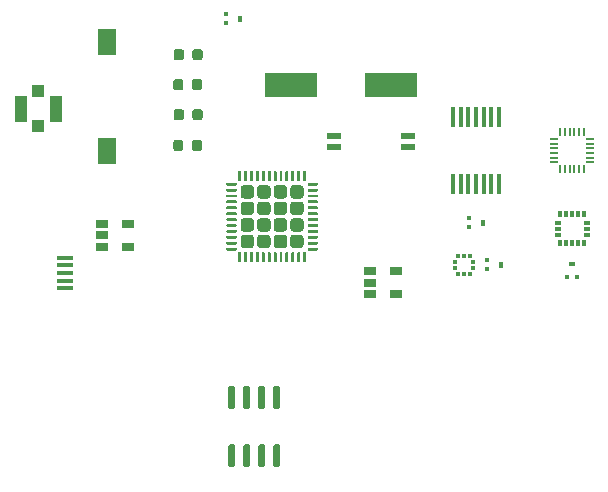
<source format=gbr>
G04 #@! TF.GenerationSoftware,KiCad,Pcbnew,(5.1.6)-1*
G04 #@! TF.CreationDate,2020-09-08T19:34:43-04:00*
G04 #@! TF.ProjectId,PayloadPrototypeBoard,5061796c-6f61-4645-9072-6f746f747970,rev?*
G04 #@! TF.SameCoordinates,Original*
G04 #@! TF.FileFunction,Paste,Top*
G04 #@! TF.FilePolarity,Positive*
%FSLAX46Y46*%
G04 Gerber Fmt 4.6, Leading zero omitted, Abs format (unit mm)*
G04 Created by KiCad (PCBNEW (5.1.6)-1) date 2020-09-08 19:34:43*
%MOMM*%
%LPD*%
G01*
G04 APERTURE LIST*
%ADD10R,1.050000X2.200000*%
%ADD11R,1.000000X1.000000*%
%ADD12R,1.600000X2.180000*%
%ADD13R,1.060000X0.650000*%
%ADD14R,0.450000X0.500000*%
%ADD15R,0.450000X0.400000*%
%ADD16R,0.350000X0.550000*%
%ADD17R,0.550000X0.350000*%
%ADD18R,0.350000X0.380000*%
%ADD19R,0.500000X0.450000*%
%ADD20R,0.400000X0.450000*%
%ADD21R,4.500000X2.000000*%
%ADD22R,1.200000X0.600000*%
%ADD23R,0.355600X1.676400*%
%ADD24R,0.640000X0.220000*%
%ADD25R,0.220000X0.640000*%
%ADD26R,1.350000X0.400000*%
G04 APERTURE END LIST*
G36*
G01*
X43022000Y-65280250D02*
X43022000Y-64767750D01*
G75*
G02*
X43240750Y-64549000I218750J0D01*
G01*
X43678250Y-64549000D01*
G75*
G02*
X43897000Y-64767750I0J-218750D01*
G01*
X43897000Y-65280250D01*
G75*
G02*
X43678250Y-65499000I-218750J0D01*
G01*
X43240750Y-65499000D01*
G75*
G02*
X43022000Y-65280250I0J218750D01*
G01*
G37*
G36*
G01*
X41447000Y-65280250D02*
X41447000Y-64767750D01*
G75*
G02*
X41665750Y-64549000I218750J0D01*
G01*
X42103250Y-64549000D01*
G75*
G02*
X42322000Y-64767750I0J-218750D01*
G01*
X42322000Y-65280250D01*
G75*
G02*
X42103250Y-65499000I-218750J0D01*
G01*
X41665750Y-65499000D01*
G75*
G02*
X41447000Y-65280250I0J218750D01*
G01*
G37*
G36*
G01*
X41405200Y-72975650D02*
X41405200Y-72463150D01*
G75*
G02*
X41623950Y-72244400I218750J0D01*
G01*
X42061450Y-72244400D01*
G75*
G02*
X42280200Y-72463150I0J-218750D01*
G01*
X42280200Y-72975650D01*
G75*
G02*
X42061450Y-73194400I-218750J0D01*
G01*
X41623950Y-73194400D01*
G75*
G02*
X41405200Y-72975650I0J218750D01*
G01*
G37*
G36*
G01*
X42980200Y-72975650D02*
X42980200Y-72463150D01*
G75*
G02*
X43198950Y-72244400I218750J0D01*
G01*
X43636450Y-72244400D01*
G75*
G02*
X43855200Y-72463150I0J-218750D01*
G01*
X43855200Y-72975650D01*
G75*
G02*
X43636450Y-73194400I-218750J0D01*
G01*
X43198950Y-73194400D01*
G75*
G02*
X42980200Y-72975650I0J218750D01*
G01*
G37*
G36*
G01*
X43022000Y-70360250D02*
X43022000Y-69847750D01*
G75*
G02*
X43240750Y-69629000I218750J0D01*
G01*
X43678250Y-69629000D01*
G75*
G02*
X43897000Y-69847750I0J-218750D01*
G01*
X43897000Y-70360250D01*
G75*
G02*
X43678250Y-70579000I-218750J0D01*
G01*
X43240750Y-70579000D01*
G75*
G02*
X43022000Y-70360250I0J218750D01*
G01*
G37*
G36*
G01*
X41447000Y-70360250D02*
X41447000Y-69847750D01*
G75*
G02*
X41665750Y-69629000I218750J0D01*
G01*
X42103250Y-69629000D01*
G75*
G02*
X42322000Y-69847750I0J-218750D01*
G01*
X42322000Y-70360250D01*
G75*
G02*
X42103250Y-70579000I-218750J0D01*
G01*
X41665750Y-70579000D01*
G75*
G02*
X41447000Y-70360250I0J218750D01*
G01*
G37*
G36*
G01*
X41405200Y-67820250D02*
X41405200Y-67307750D01*
G75*
G02*
X41623950Y-67089000I218750J0D01*
G01*
X42061450Y-67089000D01*
G75*
G02*
X42280200Y-67307750I0J-218750D01*
G01*
X42280200Y-67820250D01*
G75*
G02*
X42061450Y-68039000I-218750J0D01*
G01*
X41623950Y-68039000D01*
G75*
G02*
X41405200Y-67820250I0J218750D01*
G01*
G37*
G36*
G01*
X42980200Y-67820250D02*
X42980200Y-67307750D01*
G75*
G02*
X43198950Y-67089000I218750J0D01*
G01*
X43636450Y-67089000D01*
G75*
G02*
X43855200Y-67307750I0J-218750D01*
G01*
X43855200Y-67820250D01*
G75*
G02*
X43636450Y-68039000I-218750J0D01*
G01*
X43198950Y-68039000D01*
G75*
G02*
X42980200Y-67820250I0J218750D01*
G01*
G37*
D10*
X31447000Y-69596000D03*
X28497000Y-69596000D03*
D11*
X29972000Y-71096000D03*
X29972000Y-68096000D03*
D12*
X35814000Y-73170000D03*
X35814000Y-63990000D03*
G36*
G01*
X52449000Y-80525000D02*
X52449000Y-81155000D01*
G75*
G02*
X52199000Y-81405000I-250000J0D01*
G01*
X51569000Y-81405000D01*
G75*
G02*
X51319000Y-81155000I0J250000D01*
G01*
X51319000Y-80525000D01*
G75*
G02*
X51569000Y-80275000I250000J0D01*
G01*
X52199000Y-80275000D01*
G75*
G02*
X52449000Y-80525000I0J-250000D01*
G01*
G37*
G36*
G01*
X52449000Y-79125000D02*
X52449000Y-79755000D01*
G75*
G02*
X52199000Y-80005000I-250000J0D01*
G01*
X51569000Y-80005000D01*
G75*
G02*
X51319000Y-79755000I0J250000D01*
G01*
X51319000Y-79125000D01*
G75*
G02*
X51569000Y-78875000I250000J0D01*
G01*
X52199000Y-78875000D01*
G75*
G02*
X52449000Y-79125000I0J-250000D01*
G01*
G37*
G36*
G01*
X52449000Y-77725000D02*
X52449000Y-78355000D01*
G75*
G02*
X52199000Y-78605000I-250000J0D01*
G01*
X51569000Y-78605000D01*
G75*
G02*
X51319000Y-78355000I0J250000D01*
G01*
X51319000Y-77725000D01*
G75*
G02*
X51569000Y-77475000I250000J0D01*
G01*
X52199000Y-77475000D01*
G75*
G02*
X52449000Y-77725000I0J-250000D01*
G01*
G37*
G36*
G01*
X52449000Y-76325000D02*
X52449000Y-76955000D01*
G75*
G02*
X52199000Y-77205000I-250000J0D01*
G01*
X51569000Y-77205000D01*
G75*
G02*
X51319000Y-76955000I0J250000D01*
G01*
X51319000Y-76325000D01*
G75*
G02*
X51569000Y-76075000I250000J0D01*
G01*
X52199000Y-76075000D01*
G75*
G02*
X52449000Y-76325000I0J-250000D01*
G01*
G37*
G36*
G01*
X51049000Y-80525000D02*
X51049000Y-81155000D01*
G75*
G02*
X50799000Y-81405000I-250000J0D01*
G01*
X50169000Y-81405000D01*
G75*
G02*
X49919000Y-81155000I0J250000D01*
G01*
X49919000Y-80525000D01*
G75*
G02*
X50169000Y-80275000I250000J0D01*
G01*
X50799000Y-80275000D01*
G75*
G02*
X51049000Y-80525000I0J-250000D01*
G01*
G37*
G36*
G01*
X51049000Y-79125000D02*
X51049000Y-79755000D01*
G75*
G02*
X50799000Y-80005000I-250000J0D01*
G01*
X50169000Y-80005000D01*
G75*
G02*
X49919000Y-79755000I0J250000D01*
G01*
X49919000Y-79125000D01*
G75*
G02*
X50169000Y-78875000I250000J0D01*
G01*
X50799000Y-78875000D01*
G75*
G02*
X51049000Y-79125000I0J-250000D01*
G01*
G37*
G36*
G01*
X51049000Y-77725000D02*
X51049000Y-78355000D01*
G75*
G02*
X50799000Y-78605000I-250000J0D01*
G01*
X50169000Y-78605000D01*
G75*
G02*
X49919000Y-78355000I0J250000D01*
G01*
X49919000Y-77725000D01*
G75*
G02*
X50169000Y-77475000I250000J0D01*
G01*
X50799000Y-77475000D01*
G75*
G02*
X51049000Y-77725000I0J-250000D01*
G01*
G37*
G36*
G01*
X51049000Y-76325000D02*
X51049000Y-76955000D01*
G75*
G02*
X50799000Y-77205000I-250000J0D01*
G01*
X50169000Y-77205000D01*
G75*
G02*
X49919000Y-76955000I0J250000D01*
G01*
X49919000Y-76325000D01*
G75*
G02*
X50169000Y-76075000I250000J0D01*
G01*
X50799000Y-76075000D01*
G75*
G02*
X51049000Y-76325000I0J-250000D01*
G01*
G37*
G36*
G01*
X49649000Y-80525000D02*
X49649000Y-81155000D01*
G75*
G02*
X49399000Y-81405000I-250000J0D01*
G01*
X48769000Y-81405000D01*
G75*
G02*
X48519000Y-81155000I0J250000D01*
G01*
X48519000Y-80525000D01*
G75*
G02*
X48769000Y-80275000I250000J0D01*
G01*
X49399000Y-80275000D01*
G75*
G02*
X49649000Y-80525000I0J-250000D01*
G01*
G37*
G36*
G01*
X49649000Y-79125000D02*
X49649000Y-79755000D01*
G75*
G02*
X49399000Y-80005000I-250000J0D01*
G01*
X48769000Y-80005000D01*
G75*
G02*
X48519000Y-79755000I0J250000D01*
G01*
X48519000Y-79125000D01*
G75*
G02*
X48769000Y-78875000I250000J0D01*
G01*
X49399000Y-78875000D01*
G75*
G02*
X49649000Y-79125000I0J-250000D01*
G01*
G37*
G36*
G01*
X49649000Y-77725000D02*
X49649000Y-78355000D01*
G75*
G02*
X49399000Y-78605000I-250000J0D01*
G01*
X48769000Y-78605000D01*
G75*
G02*
X48519000Y-78355000I0J250000D01*
G01*
X48519000Y-77725000D01*
G75*
G02*
X48769000Y-77475000I250000J0D01*
G01*
X49399000Y-77475000D01*
G75*
G02*
X49649000Y-77725000I0J-250000D01*
G01*
G37*
G36*
G01*
X49649000Y-76325000D02*
X49649000Y-76955000D01*
G75*
G02*
X49399000Y-77205000I-250000J0D01*
G01*
X48769000Y-77205000D01*
G75*
G02*
X48519000Y-76955000I0J250000D01*
G01*
X48519000Y-76325000D01*
G75*
G02*
X48769000Y-76075000I250000J0D01*
G01*
X49399000Y-76075000D01*
G75*
G02*
X49649000Y-76325000I0J-250000D01*
G01*
G37*
G36*
G01*
X48249000Y-80525000D02*
X48249000Y-81155000D01*
G75*
G02*
X47999000Y-81405000I-250000J0D01*
G01*
X47369000Y-81405000D01*
G75*
G02*
X47119000Y-81155000I0J250000D01*
G01*
X47119000Y-80525000D01*
G75*
G02*
X47369000Y-80275000I250000J0D01*
G01*
X47999000Y-80275000D01*
G75*
G02*
X48249000Y-80525000I0J-250000D01*
G01*
G37*
G36*
G01*
X48249000Y-79125000D02*
X48249000Y-79755000D01*
G75*
G02*
X47999000Y-80005000I-250000J0D01*
G01*
X47369000Y-80005000D01*
G75*
G02*
X47119000Y-79755000I0J250000D01*
G01*
X47119000Y-79125000D01*
G75*
G02*
X47369000Y-78875000I250000J0D01*
G01*
X47999000Y-78875000D01*
G75*
G02*
X48249000Y-79125000I0J-250000D01*
G01*
G37*
G36*
G01*
X48249000Y-77725000D02*
X48249000Y-78355000D01*
G75*
G02*
X47999000Y-78605000I-250000J0D01*
G01*
X47369000Y-78605000D01*
G75*
G02*
X47119000Y-78355000I0J250000D01*
G01*
X47119000Y-77725000D01*
G75*
G02*
X47369000Y-77475000I250000J0D01*
G01*
X47999000Y-77475000D01*
G75*
G02*
X48249000Y-77725000I0J-250000D01*
G01*
G37*
G36*
G01*
X48249000Y-76325000D02*
X48249000Y-76955000D01*
G75*
G02*
X47999000Y-77205000I-250000J0D01*
G01*
X47369000Y-77205000D01*
G75*
G02*
X47119000Y-76955000I0J250000D01*
G01*
X47119000Y-76325000D01*
G75*
G02*
X47369000Y-76075000I250000J0D01*
G01*
X47999000Y-76075000D01*
G75*
G02*
X48249000Y-76325000I0J-250000D01*
G01*
G37*
G36*
G01*
X53659000Y-81427500D02*
X53659000Y-81552500D01*
G75*
G02*
X53596500Y-81615000I-62500J0D01*
G01*
X52846500Y-81615000D01*
G75*
G02*
X52784000Y-81552500I0J62500D01*
G01*
X52784000Y-81427500D01*
G75*
G02*
X52846500Y-81365000I62500J0D01*
G01*
X53596500Y-81365000D01*
G75*
G02*
X53659000Y-81427500I0J-62500D01*
G01*
G37*
G36*
G01*
X53659000Y-80927500D02*
X53659000Y-81052500D01*
G75*
G02*
X53596500Y-81115000I-62500J0D01*
G01*
X52846500Y-81115000D01*
G75*
G02*
X52784000Y-81052500I0J62500D01*
G01*
X52784000Y-80927500D01*
G75*
G02*
X52846500Y-80865000I62500J0D01*
G01*
X53596500Y-80865000D01*
G75*
G02*
X53659000Y-80927500I0J-62500D01*
G01*
G37*
G36*
G01*
X53659000Y-80427500D02*
X53659000Y-80552500D01*
G75*
G02*
X53596500Y-80615000I-62500J0D01*
G01*
X52846500Y-80615000D01*
G75*
G02*
X52784000Y-80552500I0J62500D01*
G01*
X52784000Y-80427500D01*
G75*
G02*
X52846500Y-80365000I62500J0D01*
G01*
X53596500Y-80365000D01*
G75*
G02*
X53659000Y-80427500I0J-62500D01*
G01*
G37*
G36*
G01*
X53659000Y-79927500D02*
X53659000Y-80052500D01*
G75*
G02*
X53596500Y-80115000I-62500J0D01*
G01*
X52846500Y-80115000D01*
G75*
G02*
X52784000Y-80052500I0J62500D01*
G01*
X52784000Y-79927500D01*
G75*
G02*
X52846500Y-79865000I62500J0D01*
G01*
X53596500Y-79865000D01*
G75*
G02*
X53659000Y-79927500I0J-62500D01*
G01*
G37*
G36*
G01*
X53659000Y-79427500D02*
X53659000Y-79552500D01*
G75*
G02*
X53596500Y-79615000I-62500J0D01*
G01*
X52846500Y-79615000D01*
G75*
G02*
X52784000Y-79552500I0J62500D01*
G01*
X52784000Y-79427500D01*
G75*
G02*
X52846500Y-79365000I62500J0D01*
G01*
X53596500Y-79365000D01*
G75*
G02*
X53659000Y-79427500I0J-62500D01*
G01*
G37*
G36*
G01*
X53659000Y-78927500D02*
X53659000Y-79052500D01*
G75*
G02*
X53596500Y-79115000I-62500J0D01*
G01*
X52846500Y-79115000D01*
G75*
G02*
X52784000Y-79052500I0J62500D01*
G01*
X52784000Y-78927500D01*
G75*
G02*
X52846500Y-78865000I62500J0D01*
G01*
X53596500Y-78865000D01*
G75*
G02*
X53659000Y-78927500I0J-62500D01*
G01*
G37*
G36*
G01*
X53659000Y-78427500D02*
X53659000Y-78552500D01*
G75*
G02*
X53596500Y-78615000I-62500J0D01*
G01*
X52846500Y-78615000D01*
G75*
G02*
X52784000Y-78552500I0J62500D01*
G01*
X52784000Y-78427500D01*
G75*
G02*
X52846500Y-78365000I62500J0D01*
G01*
X53596500Y-78365000D01*
G75*
G02*
X53659000Y-78427500I0J-62500D01*
G01*
G37*
G36*
G01*
X53659000Y-77927500D02*
X53659000Y-78052500D01*
G75*
G02*
X53596500Y-78115000I-62500J0D01*
G01*
X52846500Y-78115000D01*
G75*
G02*
X52784000Y-78052500I0J62500D01*
G01*
X52784000Y-77927500D01*
G75*
G02*
X52846500Y-77865000I62500J0D01*
G01*
X53596500Y-77865000D01*
G75*
G02*
X53659000Y-77927500I0J-62500D01*
G01*
G37*
G36*
G01*
X53659000Y-77427500D02*
X53659000Y-77552500D01*
G75*
G02*
X53596500Y-77615000I-62500J0D01*
G01*
X52846500Y-77615000D01*
G75*
G02*
X52784000Y-77552500I0J62500D01*
G01*
X52784000Y-77427500D01*
G75*
G02*
X52846500Y-77365000I62500J0D01*
G01*
X53596500Y-77365000D01*
G75*
G02*
X53659000Y-77427500I0J-62500D01*
G01*
G37*
G36*
G01*
X53659000Y-76927500D02*
X53659000Y-77052500D01*
G75*
G02*
X53596500Y-77115000I-62500J0D01*
G01*
X52846500Y-77115000D01*
G75*
G02*
X52784000Y-77052500I0J62500D01*
G01*
X52784000Y-76927500D01*
G75*
G02*
X52846500Y-76865000I62500J0D01*
G01*
X53596500Y-76865000D01*
G75*
G02*
X53659000Y-76927500I0J-62500D01*
G01*
G37*
G36*
G01*
X53659000Y-76427500D02*
X53659000Y-76552500D01*
G75*
G02*
X53596500Y-76615000I-62500J0D01*
G01*
X52846500Y-76615000D01*
G75*
G02*
X52784000Y-76552500I0J62500D01*
G01*
X52784000Y-76427500D01*
G75*
G02*
X52846500Y-76365000I62500J0D01*
G01*
X53596500Y-76365000D01*
G75*
G02*
X53659000Y-76427500I0J-62500D01*
G01*
G37*
G36*
G01*
X53659000Y-75927500D02*
X53659000Y-76052500D01*
G75*
G02*
X53596500Y-76115000I-62500J0D01*
G01*
X52846500Y-76115000D01*
G75*
G02*
X52784000Y-76052500I0J62500D01*
G01*
X52784000Y-75927500D01*
G75*
G02*
X52846500Y-75865000I62500J0D01*
G01*
X53596500Y-75865000D01*
G75*
G02*
X53659000Y-75927500I0J-62500D01*
G01*
G37*
G36*
G01*
X52659000Y-74927500D02*
X52659000Y-75677500D01*
G75*
G02*
X52596500Y-75740000I-62500J0D01*
G01*
X52471500Y-75740000D01*
G75*
G02*
X52409000Y-75677500I0J62500D01*
G01*
X52409000Y-74927500D01*
G75*
G02*
X52471500Y-74865000I62500J0D01*
G01*
X52596500Y-74865000D01*
G75*
G02*
X52659000Y-74927500I0J-62500D01*
G01*
G37*
G36*
G01*
X52159000Y-74927500D02*
X52159000Y-75677500D01*
G75*
G02*
X52096500Y-75740000I-62500J0D01*
G01*
X51971500Y-75740000D01*
G75*
G02*
X51909000Y-75677500I0J62500D01*
G01*
X51909000Y-74927500D01*
G75*
G02*
X51971500Y-74865000I62500J0D01*
G01*
X52096500Y-74865000D01*
G75*
G02*
X52159000Y-74927500I0J-62500D01*
G01*
G37*
G36*
G01*
X51659000Y-74927500D02*
X51659000Y-75677500D01*
G75*
G02*
X51596500Y-75740000I-62500J0D01*
G01*
X51471500Y-75740000D01*
G75*
G02*
X51409000Y-75677500I0J62500D01*
G01*
X51409000Y-74927500D01*
G75*
G02*
X51471500Y-74865000I62500J0D01*
G01*
X51596500Y-74865000D01*
G75*
G02*
X51659000Y-74927500I0J-62500D01*
G01*
G37*
G36*
G01*
X51159000Y-74927500D02*
X51159000Y-75677500D01*
G75*
G02*
X51096500Y-75740000I-62500J0D01*
G01*
X50971500Y-75740000D01*
G75*
G02*
X50909000Y-75677500I0J62500D01*
G01*
X50909000Y-74927500D01*
G75*
G02*
X50971500Y-74865000I62500J0D01*
G01*
X51096500Y-74865000D01*
G75*
G02*
X51159000Y-74927500I0J-62500D01*
G01*
G37*
G36*
G01*
X50659000Y-74927500D02*
X50659000Y-75677500D01*
G75*
G02*
X50596500Y-75740000I-62500J0D01*
G01*
X50471500Y-75740000D01*
G75*
G02*
X50409000Y-75677500I0J62500D01*
G01*
X50409000Y-74927500D01*
G75*
G02*
X50471500Y-74865000I62500J0D01*
G01*
X50596500Y-74865000D01*
G75*
G02*
X50659000Y-74927500I0J-62500D01*
G01*
G37*
G36*
G01*
X50159000Y-74927500D02*
X50159000Y-75677500D01*
G75*
G02*
X50096500Y-75740000I-62500J0D01*
G01*
X49971500Y-75740000D01*
G75*
G02*
X49909000Y-75677500I0J62500D01*
G01*
X49909000Y-74927500D01*
G75*
G02*
X49971500Y-74865000I62500J0D01*
G01*
X50096500Y-74865000D01*
G75*
G02*
X50159000Y-74927500I0J-62500D01*
G01*
G37*
G36*
G01*
X49659000Y-74927500D02*
X49659000Y-75677500D01*
G75*
G02*
X49596500Y-75740000I-62500J0D01*
G01*
X49471500Y-75740000D01*
G75*
G02*
X49409000Y-75677500I0J62500D01*
G01*
X49409000Y-74927500D01*
G75*
G02*
X49471500Y-74865000I62500J0D01*
G01*
X49596500Y-74865000D01*
G75*
G02*
X49659000Y-74927500I0J-62500D01*
G01*
G37*
G36*
G01*
X49159000Y-74927500D02*
X49159000Y-75677500D01*
G75*
G02*
X49096500Y-75740000I-62500J0D01*
G01*
X48971500Y-75740000D01*
G75*
G02*
X48909000Y-75677500I0J62500D01*
G01*
X48909000Y-74927500D01*
G75*
G02*
X48971500Y-74865000I62500J0D01*
G01*
X49096500Y-74865000D01*
G75*
G02*
X49159000Y-74927500I0J-62500D01*
G01*
G37*
G36*
G01*
X48659000Y-74927500D02*
X48659000Y-75677500D01*
G75*
G02*
X48596500Y-75740000I-62500J0D01*
G01*
X48471500Y-75740000D01*
G75*
G02*
X48409000Y-75677500I0J62500D01*
G01*
X48409000Y-74927500D01*
G75*
G02*
X48471500Y-74865000I62500J0D01*
G01*
X48596500Y-74865000D01*
G75*
G02*
X48659000Y-74927500I0J-62500D01*
G01*
G37*
G36*
G01*
X48159000Y-74927500D02*
X48159000Y-75677500D01*
G75*
G02*
X48096500Y-75740000I-62500J0D01*
G01*
X47971500Y-75740000D01*
G75*
G02*
X47909000Y-75677500I0J62500D01*
G01*
X47909000Y-74927500D01*
G75*
G02*
X47971500Y-74865000I62500J0D01*
G01*
X48096500Y-74865000D01*
G75*
G02*
X48159000Y-74927500I0J-62500D01*
G01*
G37*
G36*
G01*
X47659000Y-74927500D02*
X47659000Y-75677500D01*
G75*
G02*
X47596500Y-75740000I-62500J0D01*
G01*
X47471500Y-75740000D01*
G75*
G02*
X47409000Y-75677500I0J62500D01*
G01*
X47409000Y-74927500D01*
G75*
G02*
X47471500Y-74865000I62500J0D01*
G01*
X47596500Y-74865000D01*
G75*
G02*
X47659000Y-74927500I0J-62500D01*
G01*
G37*
G36*
G01*
X47159000Y-74927500D02*
X47159000Y-75677500D01*
G75*
G02*
X47096500Y-75740000I-62500J0D01*
G01*
X46971500Y-75740000D01*
G75*
G02*
X46909000Y-75677500I0J62500D01*
G01*
X46909000Y-74927500D01*
G75*
G02*
X46971500Y-74865000I62500J0D01*
G01*
X47096500Y-74865000D01*
G75*
G02*
X47159000Y-74927500I0J-62500D01*
G01*
G37*
G36*
G01*
X46784000Y-75927500D02*
X46784000Y-76052500D01*
G75*
G02*
X46721500Y-76115000I-62500J0D01*
G01*
X45971500Y-76115000D01*
G75*
G02*
X45909000Y-76052500I0J62500D01*
G01*
X45909000Y-75927500D01*
G75*
G02*
X45971500Y-75865000I62500J0D01*
G01*
X46721500Y-75865000D01*
G75*
G02*
X46784000Y-75927500I0J-62500D01*
G01*
G37*
G36*
G01*
X46784000Y-76427500D02*
X46784000Y-76552500D01*
G75*
G02*
X46721500Y-76615000I-62500J0D01*
G01*
X45971500Y-76615000D01*
G75*
G02*
X45909000Y-76552500I0J62500D01*
G01*
X45909000Y-76427500D01*
G75*
G02*
X45971500Y-76365000I62500J0D01*
G01*
X46721500Y-76365000D01*
G75*
G02*
X46784000Y-76427500I0J-62500D01*
G01*
G37*
G36*
G01*
X46784000Y-76927500D02*
X46784000Y-77052500D01*
G75*
G02*
X46721500Y-77115000I-62500J0D01*
G01*
X45971500Y-77115000D01*
G75*
G02*
X45909000Y-77052500I0J62500D01*
G01*
X45909000Y-76927500D01*
G75*
G02*
X45971500Y-76865000I62500J0D01*
G01*
X46721500Y-76865000D01*
G75*
G02*
X46784000Y-76927500I0J-62500D01*
G01*
G37*
G36*
G01*
X46784000Y-77427500D02*
X46784000Y-77552500D01*
G75*
G02*
X46721500Y-77615000I-62500J0D01*
G01*
X45971500Y-77615000D01*
G75*
G02*
X45909000Y-77552500I0J62500D01*
G01*
X45909000Y-77427500D01*
G75*
G02*
X45971500Y-77365000I62500J0D01*
G01*
X46721500Y-77365000D01*
G75*
G02*
X46784000Y-77427500I0J-62500D01*
G01*
G37*
G36*
G01*
X46784000Y-77927500D02*
X46784000Y-78052500D01*
G75*
G02*
X46721500Y-78115000I-62500J0D01*
G01*
X45971500Y-78115000D01*
G75*
G02*
X45909000Y-78052500I0J62500D01*
G01*
X45909000Y-77927500D01*
G75*
G02*
X45971500Y-77865000I62500J0D01*
G01*
X46721500Y-77865000D01*
G75*
G02*
X46784000Y-77927500I0J-62500D01*
G01*
G37*
G36*
G01*
X46784000Y-78427500D02*
X46784000Y-78552500D01*
G75*
G02*
X46721500Y-78615000I-62500J0D01*
G01*
X45971500Y-78615000D01*
G75*
G02*
X45909000Y-78552500I0J62500D01*
G01*
X45909000Y-78427500D01*
G75*
G02*
X45971500Y-78365000I62500J0D01*
G01*
X46721500Y-78365000D01*
G75*
G02*
X46784000Y-78427500I0J-62500D01*
G01*
G37*
G36*
G01*
X46784000Y-78927500D02*
X46784000Y-79052500D01*
G75*
G02*
X46721500Y-79115000I-62500J0D01*
G01*
X45971500Y-79115000D01*
G75*
G02*
X45909000Y-79052500I0J62500D01*
G01*
X45909000Y-78927500D01*
G75*
G02*
X45971500Y-78865000I62500J0D01*
G01*
X46721500Y-78865000D01*
G75*
G02*
X46784000Y-78927500I0J-62500D01*
G01*
G37*
G36*
G01*
X46784000Y-79427500D02*
X46784000Y-79552500D01*
G75*
G02*
X46721500Y-79615000I-62500J0D01*
G01*
X45971500Y-79615000D01*
G75*
G02*
X45909000Y-79552500I0J62500D01*
G01*
X45909000Y-79427500D01*
G75*
G02*
X45971500Y-79365000I62500J0D01*
G01*
X46721500Y-79365000D01*
G75*
G02*
X46784000Y-79427500I0J-62500D01*
G01*
G37*
G36*
G01*
X46784000Y-79927500D02*
X46784000Y-80052500D01*
G75*
G02*
X46721500Y-80115000I-62500J0D01*
G01*
X45971500Y-80115000D01*
G75*
G02*
X45909000Y-80052500I0J62500D01*
G01*
X45909000Y-79927500D01*
G75*
G02*
X45971500Y-79865000I62500J0D01*
G01*
X46721500Y-79865000D01*
G75*
G02*
X46784000Y-79927500I0J-62500D01*
G01*
G37*
G36*
G01*
X46784000Y-80427500D02*
X46784000Y-80552500D01*
G75*
G02*
X46721500Y-80615000I-62500J0D01*
G01*
X45971500Y-80615000D01*
G75*
G02*
X45909000Y-80552500I0J62500D01*
G01*
X45909000Y-80427500D01*
G75*
G02*
X45971500Y-80365000I62500J0D01*
G01*
X46721500Y-80365000D01*
G75*
G02*
X46784000Y-80427500I0J-62500D01*
G01*
G37*
G36*
G01*
X46784000Y-80927500D02*
X46784000Y-81052500D01*
G75*
G02*
X46721500Y-81115000I-62500J0D01*
G01*
X45971500Y-81115000D01*
G75*
G02*
X45909000Y-81052500I0J62500D01*
G01*
X45909000Y-80927500D01*
G75*
G02*
X45971500Y-80865000I62500J0D01*
G01*
X46721500Y-80865000D01*
G75*
G02*
X46784000Y-80927500I0J-62500D01*
G01*
G37*
G36*
G01*
X46784000Y-81427500D02*
X46784000Y-81552500D01*
G75*
G02*
X46721500Y-81615000I-62500J0D01*
G01*
X45971500Y-81615000D01*
G75*
G02*
X45909000Y-81552500I0J62500D01*
G01*
X45909000Y-81427500D01*
G75*
G02*
X45971500Y-81365000I62500J0D01*
G01*
X46721500Y-81365000D01*
G75*
G02*
X46784000Y-81427500I0J-62500D01*
G01*
G37*
G36*
G01*
X47159000Y-81802500D02*
X47159000Y-82552500D01*
G75*
G02*
X47096500Y-82615000I-62500J0D01*
G01*
X46971500Y-82615000D01*
G75*
G02*
X46909000Y-82552500I0J62500D01*
G01*
X46909000Y-81802500D01*
G75*
G02*
X46971500Y-81740000I62500J0D01*
G01*
X47096500Y-81740000D01*
G75*
G02*
X47159000Y-81802500I0J-62500D01*
G01*
G37*
G36*
G01*
X47659000Y-81802500D02*
X47659000Y-82552500D01*
G75*
G02*
X47596500Y-82615000I-62500J0D01*
G01*
X47471500Y-82615000D01*
G75*
G02*
X47409000Y-82552500I0J62500D01*
G01*
X47409000Y-81802500D01*
G75*
G02*
X47471500Y-81740000I62500J0D01*
G01*
X47596500Y-81740000D01*
G75*
G02*
X47659000Y-81802500I0J-62500D01*
G01*
G37*
G36*
G01*
X48159000Y-81802500D02*
X48159000Y-82552500D01*
G75*
G02*
X48096500Y-82615000I-62500J0D01*
G01*
X47971500Y-82615000D01*
G75*
G02*
X47909000Y-82552500I0J62500D01*
G01*
X47909000Y-81802500D01*
G75*
G02*
X47971500Y-81740000I62500J0D01*
G01*
X48096500Y-81740000D01*
G75*
G02*
X48159000Y-81802500I0J-62500D01*
G01*
G37*
G36*
G01*
X48659000Y-81802500D02*
X48659000Y-82552500D01*
G75*
G02*
X48596500Y-82615000I-62500J0D01*
G01*
X48471500Y-82615000D01*
G75*
G02*
X48409000Y-82552500I0J62500D01*
G01*
X48409000Y-81802500D01*
G75*
G02*
X48471500Y-81740000I62500J0D01*
G01*
X48596500Y-81740000D01*
G75*
G02*
X48659000Y-81802500I0J-62500D01*
G01*
G37*
G36*
G01*
X49159000Y-81802500D02*
X49159000Y-82552500D01*
G75*
G02*
X49096500Y-82615000I-62500J0D01*
G01*
X48971500Y-82615000D01*
G75*
G02*
X48909000Y-82552500I0J62500D01*
G01*
X48909000Y-81802500D01*
G75*
G02*
X48971500Y-81740000I62500J0D01*
G01*
X49096500Y-81740000D01*
G75*
G02*
X49159000Y-81802500I0J-62500D01*
G01*
G37*
G36*
G01*
X49659000Y-81802500D02*
X49659000Y-82552500D01*
G75*
G02*
X49596500Y-82615000I-62500J0D01*
G01*
X49471500Y-82615000D01*
G75*
G02*
X49409000Y-82552500I0J62500D01*
G01*
X49409000Y-81802500D01*
G75*
G02*
X49471500Y-81740000I62500J0D01*
G01*
X49596500Y-81740000D01*
G75*
G02*
X49659000Y-81802500I0J-62500D01*
G01*
G37*
G36*
G01*
X50159000Y-81802500D02*
X50159000Y-82552500D01*
G75*
G02*
X50096500Y-82615000I-62500J0D01*
G01*
X49971500Y-82615000D01*
G75*
G02*
X49909000Y-82552500I0J62500D01*
G01*
X49909000Y-81802500D01*
G75*
G02*
X49971500Y-81740000I62500J0D01*
G01*
X50096500Y-81740000D01*
G75*
G02*
X50159000Y-81802500I0J-62500D01*
G01*
G37*
G36*
G01*
X50659000Y-81802500D02*
X50659000Y-82552500D01*
G75*
G02*
X50596500Y-82615000I-62500J0D01*
G01*
X50471500Y-82615000D01*
G75*
G02*
X50409000Y-82552500I0J62500D01*
G01*
X50409000Y-81802500D01*
G75*
G02*
X50471500Y-81740000I62500J0D01*
G01*
X50596500Y-81740000D01*
G75*
G02*
X50659000Y-81802500I0J-62500D01*
G01*
G37*
G36*
G01*
X51159000Y-81802500D02*
X51159000Y-82552500D01*
G75*
G02*
X51096500Y-82615000I-62500J0D01*
G01*
X50971500Y-82615000D01*
G75*
G02*
X50909000Y-82552500I0J62500D01*
G01*
X50909000Y-81802500D01*
G75*
G02*
X50971500Y-81740000I62500J0D01*
G01*
X51096500Y-81740000D01*
G75*
G02*
X51159000Y-81802500I0J-62500D01*
G01*
G37*
G36*
G01*
X51659000Y-81802500D02*
X51659000Y-82552500D01*
G75*
G02*
X51596500Y-82615000I-62500J0D01*
G01*
X51471500Y-82615000D01*
G75*
G02*
X51409000Y-82552500I0J62500D01*
G01*
X51409000Y-81802500D01*
G75*
G02*
X51471500Y-81740000I62500J0D01*
G01*
X51596500Y-81740000D01*
G75*
G02*
X51659000Y-81802500I0J-62500D01*
G01*
G37*
G36*
G01*
X52159000Y-81802500D02*
X52159000Y-82552500D01*
G75*
G02*
X52096500Y-82615000I-62500J0D01*
G01*
X51971500Y-82615000D01*
G75*
G02*
X51909000Y-82552500I0J62500D01*
G01*
X51909000Y-81802500D01*
G75*
G02*
X51971500Y-81740000I62500J0D01*
G01*
X52096500Y-81740000D01*
G75*
G02*
X52159000Y-81802500I0J-62500D01*
G01*
G37*
G36*
G01*
X52659000Y-81802500D02*
X52659000Y-82552500D01*
G75*
G02*
X52596500Y-82615000I-62500J0D01*
G01*
X52471500Y-82615000D01*
G75*
G02*
X52409000Y-82552500I0J62500D01*
G01*
X52409000Y-81802500D01*
G75*
G02*
X52471500Y-81740000I62500J0D01*
G01*
X52596500Y-81740000D01*
G75*
G02*
X52659000Y-81802500I0J-62500D01*
G01*
G37*
G36*
G01*
X50015000Y-93070000D02*
X50315000Y-93070000D01*
G75*
G02*
X50465000Y-93220000I0J-150000D01*
G01*
X50465000Y-94870000D01*
G75*
G02*
X50315000Y-95020000I-150000J0D01*
G01*
X50015000Y-95020000D01*
G75*
G02*
X49865000Y-94870000I0J150000D01*
G01*
X49865000Y-93220000D01*
G75*
G02*
X50015000Y-93070000I150000J0D01*
G01*
G37*
G36*
G01*
X48745000Y-93070000D02*
X49045000Y-93070000D01*
G75*
G02*
X49195000Y-93220000I0J-150000D01*
G01*
X49195000Y-94870000D01*
G75*
G02*
X49045000Y-95020000I-150000J0D01*
G01*
X48745000Y-95020000D01*
G75*
G02*
X48595000Y-94870000I0J150000D01*
G01*
X48595000Y-93220000D01*
G75*
G02*
X48745000Y-93070000I150000J0D01*
G01*
G37*
G36*
G01*
X47475000Y-93070000D02*
X47775000Y-93070000D01*
G75*
G02*
X47925000Y-93220000I0J-150000D01*
G01*
X47925000Y-94870000D01*
G75*
G02*
X47775000Y-95020000I-150000J0D01*
G01*
X47475000Y-95020000D01*
G75*
G02*
X47325000Y-94870000I0J150000D01*
G01*
X47325000Y-93220000D01*
G75*
G02*
X47475000Y-93070000I150000J0D01*
G01*
G37*
G36*
G01*
X46205000Y-93070000D02*
X46505000Y-93070000D01*
G75*
G02*
X46655000Y-93220000I0J-150000D01*
G01*
X46655000Y-94870000D01*
G75*
G02*
X46505000Y-95020000I-150000J0D01*
G01*
X46205000Y-95020000D01*
G75*
G02*
X46055000Y-94870000I0J150000D01*
G01*
X46055000Y-93220000D01*
G75*
G02*
X46205000Y-93070000I150000J0D01*
G01*
G37*
G36*
G01*
X46205000Y-98020000D02*
X46505000Y-98020000D01*
G75*
G02*
X46655000Y-98170000I0J-150000D01*
G01*
X46655000Y-99820000D01*
G75*
G02*
X46505000Y-99970000I-150000J0D01*
G01*
X46205000Y-99970000D01*
G75*
G02*
X46055000Y-99820000I0J150000D01*
G01*
X46055000Y-98170000D01*
G75*
G02*
X46205000Y-98020000I150000J0D01*
G01*
G37*
G36*
G01*
X47475000Y-98020000D02*
X47775000Y-98020000D01*
G75*
G02*
X47925000Y-98170000I0J-150000D01*
G01*
X47925000Y-99820000D01*
G75*
G02*
X47775000Y-99970000I-150000J0D01*
G01*
X47475000Y-99970000D01*
G75*
G02*
X47325000Y-99820000I0J150000D01*
G01*
X47325000Y-98170000D01*
G75*
G02*
X47475000Y-98020000I150000J0D01*
G01*
G37*
G36*
G01*
X48745000Y-98020000D02*
X49045000Y-98020000D01*
G75*
G02*
X49195000Y-98170000I0J-150000D01*
G01*
X49195000Y-99820000D01*
G75*
G02*
X49045000Y-99970000I-150000J0D01*
G01*
X48745000Y-99970000D01*
G75*
G02*
X48595000Y-99820000I0J150000D01*
G01*
X48595000Y-98170000D01*
G75*
G02*
X48745000Y-98020000I150000J0D01*
G01*
G37*
G36*
G01*
X50015000Y-98020000D02*
X50315000Y-98020000D01*
G75*
G02*
X50465000Y-98170000I0J-150000D01*
G01*
X50465000Y-99820000D01*
G75*
G02*
X50315000Y-99970000I-150000J0D01*
G01*
X50015000Y-99970000D01*
G75*
G02*
X49865000Y-99820000I0J150000D01*
G01*
X49865000Y-98170000D01*
G75*
G02*
X50015000Y-98020000I150000J0D01*
G01*
G37*
D13*
X35392000Y-79380000D03*
X35392000Y-80330000D03*
X35392000Y-81280000D03*
X37592000Y-81280000D03*
X37592000Y-79380000D03*
X60282000Y-83378000D03*
X60282000Y-85278000D03*
X58082000Y-85278000D03*
X58082000Y-84328000D03*
X58082000Y-83378000D03*
D14*
X47057000Y-61976000D03*
D15*
X45907000Y-62376000D03*
X45907000Y-61576000D03*
X66481000Y-78848000D03*
X66481000Y-79648000D03*
D14*
X67631000Y-79248000D03*
D16*
X75184000Y-80981000D03*
X74684000Y-80981000D03*
X74184000Y-80981000D03*
X75684000Y-80981000D03*
X76184000Y-80981000D03*
D17*
X73959000Y-79756000D03*
X73959000Y-80256000D03*
X73959000Y-79256000D03*
D16*
X75184000Y-78531000D03*
X75684000Y-78531000D03*
X76184000Y-78531000D03*
X74684000Y-78531000D03*
X74184000Y-78531000D03*
D17*
X76409000Y-80256000D03*
X76409000Y-79756000D03*
X76409000Y-79256000D03*
D18*
X65275000Y-82554000D03*
X65275000Y-83054000D03*
X65540000Y-83569000D03*
X66040000Y-83569000D03*
X66540000Y-83569000D03*
X66805000Y-83054000D03*
X66805000Y-82554000D03*
X66540000Y-82039000D03*
X66040000Y-82039000D03*
X65540000Y-82039000D03*
D19*
X75184000Y-82737000D03*
D20*
X75584000Y-83887000D03*
X74784000Y-83887000D03*
D15*
X68005000Y-82404000D03*
X68005000Y-83204000D03*
D14*
X69155000Y-82804000D03*
D21*
X59876000Y-67564000D03*
X51376000Y-67564000D03*
D22*
X61316000Y-71940000D03*
X55016000Y-71940000D03*
X55016000Y-72840000D03*
X61316000Y-72840000D03*
D23*
X69006001Y-70332600D03*
X68356000Y-70332600D03*
X67705999Y-70332600D03*
X67056000Y-70332600D03*
X66406001Y-70332600D03*
X65756000Y-70332600D03*
X65106001Y-70332600D03*
X65105999Y-75971400D03*
X65756000Y-75971400D03*
X66405999Y-75971400D03*
X67056000Y-75971400D03*
X67705999Y-75971400D03*
X68356000Y-75971400D03*
X69005999Y-75971400D03*
D24*
X73639000Y-72152000D03*
X73639000Y-72552000D03*
X73639000Y-72952000D03*
X73639000Y-73352000D03*
X73639000Y-73752000D03*
X73639000Y-74152000D03*
D25*
X74184000Y-74697000D03*
X74584000Y-74697000D03*
X74984000Y-74697000D03*
X75384000Y-74697000D03*
X75784000Y-74697000D03*
X76184000Y-74697000D03*
D24*
X76729000Y-74152000D03*
X76729000Y-73752000D03*
X76729000Y-73352000D03*
X76729000Y-72952000D03*
X76729000Y-72552000D03*
X76729000Y-72152000D03*
D25*
X76184000Y-71607000D03*
X75784000Y-71607000D03*
X75384000Y-71607000D03*
X74984000Y-71607000D03*
X74584000Y-71607000D03*
X74184000Y-71607000D03*
D26*
X32258000Y-83510000D03*
X32258000Y-84160000D03*
X32258000Y-84810000D03*
X32258000Y-82860000D03*
X32258000Y-82210000D03*
M02*

</source>
